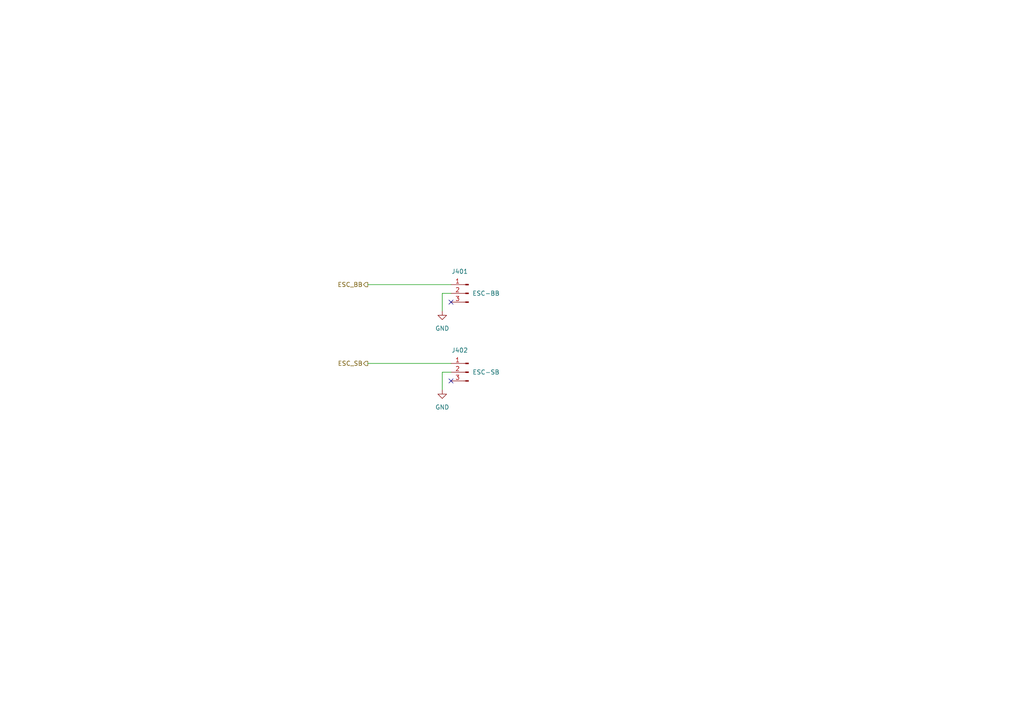
<source format=kicad_sch>
(kicad_sch (version 20231120) (generator "eeschema") (generator_version "8.0")
  (paper "A4")
  (lib_symbols
    (symbol "Connector:Conn_01x03_Pin" (pin_names (offset 1.016) hide)
      (property "Reference" "J" (at 0 5.08 0))
      (property "Value" "Conn_01x03_Pin" (at 0 -5.08 0))
      (symbol "Conn_01x03_Pin_1_1"
        (polyline (pts (xy 1.27 -2.54) (xy 0.8636 -2.54)) (stroke (width 0.1524)))
        (polyline (pts (xy 1.27 0) (xy 0.8636 0)) (stroke (width 0.1524)))
        (polyline (pts (xy 1.27 2.54) (xy 0.8636 2.54)) (stroke (width 0.1524)))
        (rectangle (start 0.8636 -2.413) (end 0 -2.667) (stroke (width 0.1524)) (fill (type outline)))
        (rectangle (start 0.8636 0.127) (end 0 -0.127) (stroke (width 0.1524)) (fill (type outline)))
        (rectangle (start 0.8636 2.667) (end 0 2.413) (stroke (width 0.1524)) (fill (type outline)))
        (pin passive line (at 5.08 2.54 180) (length 3.81) (name "Pin_1") (number "1"))
        (pin passive line (at 5.08 0 180) (length 3.81) (name "Pin_2") (number "2"))
        (pin passive line (at 5.08 -2.54 180) (length 3.81) (name "Pin_3") (number "3"))
      )
    )
    (symbol "power:GND" (power) (pin_names (offset 0))
      (property "Value" "GND" (at 0 -3.81 0))
      (symbol "GND_0_1"
        (polyline (pts (xy 0 0) (xy 0 -1.27) (xy 1.27 -1.27) (xy 0 -2.54) (xy -1.27 -1.27) (xy 0 -1.27)))
      )
      (symbol "GND_1_1"
        (pin power_in line (at 0 0 270) (length 0) hide (name "GND") (number "1"))
      )
    )
  )
  (no_connect (at 130.81 110.49))
  (no_connect (at 130.81 87.63))
  (wire (pts (xy 106.68 82.55) (xy 130.81 82.55)))
  (wire (pts (xy 106.68 105.41) (xy 130.81 105.41)))
  (wire (pts (xy 128.27 107.95) (xy 128.27 113.03)))
  (wire (pts (xy 128.27 85.09) (xy 128.27 90.17)))
  (wire (pts (xy 130.81 85.09) (xy 128.27 85.09)))
  (wire (pts (xy 130.81 107.95) (xy 128.27 107.95)))
  (hierarchical_label "ESC_BB" (shape output) (at 106.68 82.55 180))
  (hierarchical_label "ESC_SB" (shape output) (at 106.68 105.41 180))
  (symbol (lib_id "power:GND") (at 128.27 90.17 0) (unit 1)
    (property "Reference" "#PWR0401" (effects (hide yes)))
    (property "Value" "GND" (at 128.27 95.25 0))
  )
  (symbol (lib_id "Connector:Conn_01x03_Pin") (at 135.89 107.95 0) (mirror y) (unit 1)
    (property "Reference" "J402" (at 133.35 101.6 0))
    (property "Value" "ESC-SB" (at 140.97 107.95 0))
    (property "Footprint" "Connector_JST:JST_XH_B3B-XH-A_1x03_P2.50mm_Vertical" (effects (hide yes)))
    (property "LCSC" "C161870" (effects (hide yes)))
  )
  (symbol (lib_id "Connector:Conn_01x03_Pin") (at 135.89 85.09 0) (mirror y) (unit 1)
    (property "Reference" "J401" (at 133.35 78.74 0))
    (property "Value" "ESC-BB" (at 140.97 85.09 0))
    (property "Footprint" "Connector_JST:JST_XH_B3B-XH-A_1x03_P2.50mm_Vertical" (effects (hide yes)))
    (property "LCSC" "C161870" (effects (hide yes)))
  )
  (symbol (lib_id "power:GND") (at 128.27 113.03 0) (unit 1)
    (property "Reference" "#PWR0402" (effects (hide yes)))
    (property "Value" "GND" (at 128.27 118.11 0))
  )
)
</source>
